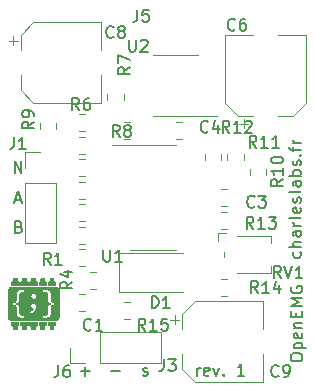
<source format=gbr>
G04 #@! TF.GenerationSoftware,KiCad,Pcbnew,5.1.2-f72e74a~84~ubuntu18.04.1*
G04 #@! TF.CreationDate,2019-05-28T19:28:17+02:00*
G04 #@! TF.ProjectId,OpenEMG2,4f70656e-454d-4473-922e-6b696361645f,rev?*
G04 #@! TF.SameCoordinates,Original*
G04 #@! TF.FileFunction,Legend,Top*
G04 #@! TF.FilePolarity,Positive*
%FSLAX46Y46*%
G04 Gerber Fmt 4.6, Leading zero omitted, Abs format (unit mm)*
G04 Created by KiCad (PCBNEW 5.1.2-f72e74a~84~ubuntu18.04.1) date 2019-05-28 19:28:17*
%MOMM*%
%LPD*%
G04 APERTURE LIST*
%ADD10C,0.150000*%
%ADD11C,0.010000*%
%ADD12C,0.120000*%
G04 APERTURE END LIST*
D10*
X40568809Y-70937380D02*
X40568809Y-70270714D01*
X40568809Y-70461190D02*
X40616428Y-70365952D01*
X40664047Y-70318333D01*
X40759285Y-70270714D01*
X40854523Y-70270714D01*
X41568809Y-70889761D02*
X41473571Y-70937380D01*
X41283095Y-70937380D01*
X41187857Y-70889761D01*
X41140238Y-70794523D01*
X41140238Y-70413571D01*
X41187857Y-70318333D01*
X41283095Y-70270714D01*
X41473571Y-70270714D01*
X41568809Y-70318333D01*
X41616428Y-70413571D01*
X41616428Y-70508809D01*
X41140238Y-70604047D01*
X41949761Y-70270714D02*
X42187857Y-70937380D01*
X42425952Y-70270714D01*
X42806904Y-70842142D02*
X42854523Y-70889761D01*
X42806904Y-70937380D01*
X42759285Y-70889761D01*
X42806904Y-70842142D01*
X42806904Y-70937380D01*
X44568809Y-70937380D02*
X43997380Y-70937380D01*
X44283095Y-70937380D02*
X44283095Y-69937380D01*
X44187857Y-70080238D01*
X44092619Y-70175476D01*
X43997380Y-70223095D01*
X48474380Y-69500380D02*
X48474380Y-69309904D01*
X48522000Y-69214666D01*
X48617238Y-69119428D01*
X48807714Y-69071809D01*
X49141047Y-69071809D01*
X49331523Y-69119428D01*
X49426761Y-69214666D01*
X49474380Y-69309904D01*
X49474380Y-69500380D01*
X49426761Y-69595619D01*
X49331523Y-69690857D01*
X49141047Y-69738476D01*
X48807714Y-69738476D01*
X48617238Y-69690857D01*
X48522000Y-69595619D01*
X48474380Y-69500380D01*
X48807714Y-68643238D02*
X49807714Y-68643238D01*
X48855333Y-68643238D02*
X48807714Y-68548000D01*
X48807714Y-68357523D01*
X48855333Y-68262285D01*
X48902952Y-68214666D01*
X48998190Y-68167047D01*
X49283904Y-68167047D01*
X49379142Y-68214666D01*
X49426761Y-68262285D01*
X49474380Y-68357523D01*
X49474380Y-68548000D01*
X49426761Y-68643238D01*
X49426761Y-67357523D02*
X49474380Y-67452761D01*
X49474380Y-67643238D01*
X49426761Y-67738476D01*
X49331523Y-67786095D01*
X48950571Y-67786095D01*
X48855333Y-67738476D01*
X48807714Y-67643238D01*
X48807714Y-67452761D01*
X48855333Y-67357523D01*
X48950571Y-67309904D01*
X49045809Y-67309904D01*
X49141047Y-67786095D01*
X48807714Y-66881333D02*
X49474380Y-66881333D01*
X48902952Y-66881333D02*
X48855333Y-66833714D01*
X48807714Y-66738476D01*
X48807714Y-66595619D01*
X48855333Y-66500380D01*
X48950571Y-66452761D01*
X49474380Y-66452761D01*
X48950571Y-65976571D02*
X48950571Y-65643238D01*
X49474380Y-65500380D02*
X49474380Y-65976571D01*
X48474380Y-65976571D01*
X48474380Y-65500380D01*
X49474380Y-65071809D02*
X48474380Y-65071809D01*
X49188666Y-64738476D01*
X48474380Y-64405142D01*
X49474380Y-64405142D01*
X48522000Y-63405142D02*
X48474380Y-63500380D01*
X48474380Y-63643238D01*
X48522000Y-63786095D01*
X48617238Y-63881333D01*
X48712476Y-63928952D01*
X48902952Y-63976571D01*
X49045809Y-63976571D01*
X49236285Y-63928952D01*
X49331523Y-63881333D01*
X49426761Y-63786095D01*
X49474380Y-63643238D01*
X49474380Y-63548000D01*
X49426761Y-63405142D01*
X49379142Y-63357523D01*
X49045809Y-63357523D01*
X49045809Y-63548000D01*
X49299761Y-60483190D02*
X49347380Y-60578428D01*
X49347380Y-60768904D01*
X49299761Y-60864142D01*
X49252142Y-60911761D01*
X49156904Y-60959380D01*
X48871190Y-60959380D01*
X48775952Y-60911761D01*
X48728333Y-60864142D01*
X48680714Y-60768904D01*
X48680714Y-60578428D01*
X48728333Y-60483190D01*
X49347380Y-60054619D02*
X48347380Y-60054619D01*
X49347380Y-59626047D02*
X48823571Y-59626047D01*
X48728333Y-59673666D01*
X48680714Y-59768904D01*
X48680714Y-59911761D01*
X48728333Y-60007000D01*
X48775952Y-60054619D01*
X49347380Y-58721285D02*
X48823571Y-58721285D01*
X48728333Y-58768904D01*
X48680714Y-58864142D01*
X48680714Y-59054619D01*
X48728333Y-59149857D01*
X49299761Y-58721285D02*
X49347380Y-58816523D01*
X49347380Y-59054619D01*
X49299761Y-59149857D01*
X49204523Y-59197476D01*
X49109285Y-59197476D01*
X49014047Y-59149857D01*
X48966428Y-59054619D01*
X48966428Y-58816523D01*
X48918809Y-58721285D01*
X49347380Y-58245095D02*
X48680714Y-58245095D01*
X48871190Y-58245095D02*
X48775952Y-58197476D01*
X48728333Y-58149857D01*
X48680714Y-58054619D01*
X48680714Y-57959380D01*
X49347380Y-57483190D02*
X49299761Y-57578428D01*
X49204523Y-57626047D01*
X48347380Y-57626047D01*
X49299761Y-56721285D02*
X49347380Y-56816523D01*
X49347380Y-57007000D01*
X49299761Y-57102238D01*
X49204523Y-57149857D01*
X48823571Y-57149857D01*
X48728333Y-57102238D01*
X48680714Y-57007000D01*
X48680714Y-56816523D01*
X48728333Y-56721285D01*
X48823571Y-56673666D01*
X48918809Y-56673666D01*
X49014047Y-57149857D01*
X49299761Y-56292714D02*
X49347380Y-56197476D01*
X49347380Y-56007000D01*
X49299761Y-55911761D01*
X49204523Y-55864142D01*
X49156904Y-55864142D01*
X49061666Y-55911761D01*
X49014047Y-56007000D01*
X49014047Y-56149857D01*
X48966428Y-56245095D01*
X48871190Y-56292714D01*
X48823571Y-56292714D01*
X48728333Y-56245095D01*
X48680714Y-56149857D01*
X48680714Y-56007000D01*
X48728333Y-55911761D01*
X49347380Y-55292714D02*
X49299761Y-55387952D01*
X49204523Y-55435571D01*
X48347380Y-55435571D01*
X49347380Y-54483190D02*
X48823571Y-54483190D01*
X48728333Y-54530809D01*
X48680714Y-54626047D01*
X48680714Y-54816523D01*
X48728333Y-54911761D01*
X49299761Y-54483190D02*
X49347380Y-54578428D01*
X49347380Y-54816523D01*
X49299761Y-54911761D01*
X49204523Y-54959380D01*
X49109285Y-54959380D01*
X49014047Y-54911761D01*
X48966428Y-54816523D01*
X48966428Y-54578428D01*
X48918809Y-54483190D01*
X49347380Y-54007000D02*
X48347380Y-54007000D01*
X48728333Y-54007000D02*
X48680714Y-53911761D01*
X48680714Y-53721285D01*
X48728333Y-53626047D01*
X48775952Y-53578428D01*
X48871190Y-53530809D01*
X49156904Y-53530809D01*
X49252142Y-53578428D01*
X49299761Y-53626047D01*
X49347380Y-53721285D01*
X49347380Y-53911761D01*
X49299761Y-54007000D01*
X49299761Y-53149857D02*
X49347380Y-53054619D01*
X49347380Y-52864142D01*
X49299761Y-52768904D01*
X49204523Y-52721285D01*
X49156904Y-52721285D01*
X49061666Y-52768904D01*
X49014047Y-52864142D01*
X49014047Y-53007000D01*
X48966428Y-53102238D01*
X48871190Y-53149857D01*
X48823571Y-53149857D01*
X48728333Y-53102238D01*
X48680714Y-53007000D01*
X48680714Y-52864142D01*
X48728333Y-52768904D01*
X49252142Y-52292714D02*
X49299761Y-52245095D01*
X49347380Y-52292714D01*
X49299761Y-52340333D01*
X49252142Y-52292714D01*
X49347380Y-52292714D01*
X48680714Y-51959380D02*
X48680714Y-51578428D01*
X49347380Y-51816523D02*
X48490238Y-51816523D01*
X48395000Y-51768904D01*
X48347380Y-51673666D01*
X48347380Y-51578428D01*
X49347380Y-51245095D02*
X48680714Y-51245095D01*
X48871190Y-51245095D02*
X48775952Y-51197476D01*
X48728333Y-51149857D01*
X48680714Y-51054619D01*
X48680714Y-50959380D01*
X25471428Y-58348571D02*
X25614285Y-58396190D01*
X25661904Y-58443809D01*
X25709523Y-58539047D01*
X25709523Y-58681904D01*
X25661904Y-58777142D01*
X25614285Y-58824761D01*
X25519047Y-58872380D01*
X25138095Y-58872380D01*
X25138095Y-57872380D01*
X25471428Y-57872380D01*
X25566666Y-57920000D01*
X25614285Y-57967619D01*
X25661904Y-58062857D01*
X25661904Y-58158095D01*
X25614285Y-58253333D01*
X25566666Y-58300952D01*
X25471428Y-58348571D01*
X25138095Y-58348571D01*
X25161904Y-56046666D02*
X25638095Y-56046666D01*
X25066666Y-56332380D02*
X25400000Y-55332380D01*
X25733333Y-56332380D01*
X25114285Y-53792380D02*
X25114285Y-52792380D01*
X25685714Y-53792380D01*
X25685714Y-52792380D01*
X35980714Y-70889761D02*
X36075952Y-70937380D01*
X36266428Y-70937380D01*
X36361666Y-70889761D01*
X36409285Y-70794523D01*
X36409285Y-70746904D01*
X36361666Y-70651666D01*
X36266428Y-70604047D01*
X36123571Y-70604047D01*
X36028333Y-70556428D01*
X35980714Y-70461190D01*
X35980714Y-70413571D01*
X36028333Y-70318333D01*
X36123571Y-70270714D01*
X36266428Y-70270714D01*
X36361666Y-70318333D01*
X33274047Y-70556428D02*
X34035952Y-70556428D01*
X30734047Y-70556428D02*
X31495952Y-70556428D01*
X31115000Y-70937380D02*
X31115000Y-70175476D01*
D11*
G36*
X28295198Y-62666061D02*
G01*
X28334637Y-62667531D01*
X28361754Y-62672524D01*
X28378850Y-62683120D01*
X28388224Y-62701399D01*
X28392178Y-62729442D01*
X28393010Y-62769329D01*
X28392967Y-62803359D01*
X28392967Y-62909718D01*
X28553833Y-63039106D01*
X28553833Y-63292567D01*
X27927300Y-63292567D01*
X27927300Y-63033233D01*
X28003500Y-62972219D01*
X28079700Y-62911206D01*
X28079700Y-62801800D01*
X28079745Y-62754722D01*
X28081367Y-62720000D01*
X28086798Y-62695756D01*
X28098271Y-62680115D01*
X28118017Y-62671199D01*
X28148268Y-62667130D01*
X28191257Y-62666034D01*
X28241138Y-62666034D01*
X28295198Y-62666061D01*
X28295198Y-62666061D01*
G37*
X28295198Y-62666061D02*
X28334637Y-62667531D01*
X28361754Y-62672524D01*
X28378850Y-62683120D01*
X28388224Y-62701399D01*
X28392178Y-62729442D01*
X28393010Y-62769329D01*
X28392967Y-62803359D01*
X28392967Y-62909718D01*
X28553833Y-63039106D01*
X28553833Y-63292567D01*
X27927300Y-63292567D01*
X27927300Y-63033233D01*
X28003500Y-62972219D01*
X28079700Y-62911206D01*
X28079700Y-62801800D01*
X28079745Y-62754722D01*
X28081367Y-62720000D01*
X28086798Y-62695756D01*
X28098271Y-62680115D01*
X28118017Y-62671199D01*
X28148268Y-62667130D01*
X28191257Y-62666034D01*
X28241138Y-62666034D01*
X28295198Y-62666061D01*
G36*
X27519163Y-62666191D02*
G01*
X27559908Y-62667748D01*
X27588247Y-62672847D01*
X27606438Y-62683500D01*
X27616741Y-62701719D01*
X27621416Y-62729516D01*
X27622722Y-62768904D01*
X27622852Y-62807850D01*
X27623204Y-62915800D01*
X27774862Y-63034334D01*
X27774881Y-63163450D01*
X27774900Y-63292567D01*
X27148367Y-63292567D01*
X27148719Y-63163450D01*
X27149071Y-63034334D01*
X27300729Y-62915800D01*
X27300748Y-62815760D01*
X27301720Y-62763156D01*
X27304956Y-62724846D01*
X27310968Y-62698285D01*
X27320268Y-62680924D01*
X27329551Y-62672513D01*
X27340949Y-62670306D01*
X27366027Y-62668425D01*
X27401534Y-62667025D01*
X27444218Y-62666259D01*
X27463750Y-62666163D01*
X27519163Y-62666191D01*
X27519163Y-62666191D01*
G37*
X27519163Y-62666191D02*
X27559908Y-62667748D01*
X27588247Y-62672847D01*
X27606438Y-62683500D01*
X27616741Y-62701719D01*
X27621416Y-62729516D01*
X27622722Y-62768904D01*
X27622852Y-62807850D01*
X27623204Y-62915800D01*
X27774862Y-63034334D01*
X27774881Y-63163450D01*
X27774900Y-63292567D01*
X27148367Y-63292567D01*
X27148719Y-63163450D01*
X27149071Y-63034334D01*
X27300729Y-62915800D01*
X27300748Y-62815760D01*
X27301720Y-62763156D01*
X27304956Y-62724846D01*
X27310968Y-62698285D01*
X27320268Y-62680924D01*
X27329551Y-62672513D01*
X27340949Y-62670306D01*
X27366027Y-62668425D01*
X27401534Y-62667025D01*
X27444218Y-62666259D01*
X27463750Y-62666163D01*
X27519163Y-62666191D01*
G36*
X26683600Y-62666034D02*
G01*
X26739287Y-62666079D01*
X26780292Y-62667485D01*
X26808857Y-62672151D01*
X26827226Y-62681981D01*
X26837639Y-62698877D01*
X26842341Y-62724740D01*
X26843573Y-62761473D01*
X26843567Y-62801711D01*
X26843567Y-62911028D01*
X26924220Y-62975899D01*
X27004874Y-63040769D01*
X27002537Y-63164551D01*
X27000200Y-63288334D01*
X26690564Y-63290553D01*
X26619757Y-63290907D01*
X26554333Y-63290941D01*
X26496214Y-63290674D01*
X26447320Y-63290130D01*
X26409572Y-63289328D01*
X26384891Y-63288292D01*
X26375198Y-63287042D01*
X26375181Y-63287025D01*
X26373125Y-63276921D01*
X26371395Y-63253074D01*
X26370135Y-63218674D01*
X26369488Y-63176911D01*
X26369433Y-63160192D01*
X26369433Y-63039106D01*
X26449867Y-62974412D01*
X26530300Y-62909718D01*
X26530300Y-62801888D01*
X26530332Y-62753716D01*
X26531952Y-62718511D01*
X26537450Y-62694245D01*
X26549116Y-62678889D01*
X26569238Y-62670415D01*
X26600106Y-62666794D01*
X26644008Y-62665998D01*
X26683600Y-62666034D01*
X26683600Y-62666034D01*
G37*
X26683600Y-62666034D02*
X26739287Y-62666079D01*
X26780292Y-62667485D01*
X26808857Y-62672151D01*
X26827226Y-62681981D01*
X26837639Y-62698877D01*
X26842341Y-62724740D01*
X26843573Y-62761473D01*
X26843567Y-62801711D01*
X26843567Y-62911028D01*
X26924220Y-62975899D01*
X27004874Y-63040769D01*
X27002537Y-63164551D01*
X27000200Y-63288334D01*
X26690564Y-63290553D01*
X26619757Y-63290907D01*
X26554333Y-63290941D01*
X26496214Y-63290674D01*
X26447320Y-63290130D01*
X26409572Y-63289328D01*
X26384891Y-63288292D01*
X26375198Y-63287042D01*
X26375181Y-63287025D01*
X26373125Y-63276921D01*
X26371395Y-63253074D01*
X26370135Y-63218674D01*
X26369488Y-63176911D01*
X26369433Y-63160192D01*
X26369433Y-63039106D01*
X26449867Y-62974412D01*
X26530300Y-62909718D01*
X26530300Y-62801888D01*
X26530332Y-62753716D01*
X26531952Y-62718511D01*
X26537450Y-62694245D01*
X26549116Y-62678889D01*
X26569238Y-62670415D01*
X26600106Y-62666794D01*
X26644008Y-62665998D01*
X26683600Y-62666034D01*
G36*
X26055552Y-62688342D02*
G01*
X26063086Y-62699679D01*
X26068118Y-62713261D01*
X26071139Y-62732572D01*
X26072638Y-62761094D01*
X26073106Y-62802308D01*
X26073119Y-62813225D01*
X26073138Y-62915800D01*
X26224796Y-63034334D01*
X26225148Y-63163450D01*
X26225500Y-63292567D01*
X25598967Y-63292567D01*
X25598986Y-63163450D01*
X25599005Y-63034334D01*
X25750663Y-62915800D01*
X25751015Y-62807850D01*
X25751261Y-62758514D01*
X25753132Y-62722179D01*
X25758875Y-62696861D01*
X25770738Y-62680574D01*
X25790971Y-62671332D01*
X25821822Y-62667149D01*
X25865540Y-62666041D01*
X25911619Y-62666034D01*
X26038004Y-62666034D01*
X26055552Y-62688342D01*
X26055552Y-62688342D01*
G37*
X26055552Y-62688342D02*
X26063086Y-62699679D01*
X26068118Y-62713261D01*
X26071139Y-62732572D01*
X26072638Y-62761094D01*
X26073106Y-62802308D01*
X26073119Y-62813225D01*
X26073138Y-62915800D01*
X26224796Y-63034334D01*
X26225148Y-63163450D01*
X26225500Y-63292567D01*
X25598967Y-63292567D01*
X25598986Y-63163450D01*
X25599005Y-63034334D01*
X25750663Y-62915800D01*
X25751015Y-62807850D01*
X25751261Y-62758514D01*
X25753132Y-62722179D01*
X25758875Y-62696861D01*
X25770738Y-62680574D01*
X25790971Y-62671332D01*
X25821822Y-62667149D01*
X25865540Y-62666041D01*
X25911619Y-62666034D01*
X26038004Y-62666034D01*
X26055552Y-62688342D01*
G36*
X25136084Y-62666034D02*
G01*
X25191383Y-62666135D01*
X25232014Y-62667767D01*
X25260234Y-62672924D01*
X25278300Y-62683597D01*
X25288471Y-62701780D01*
X25293005Y-62729466D01*
X25294160Y-62768647D01*
X25294167Y-62805553D01*
X25294167Y-62911206D01*
X25370367Y-62972219D01*
X25446567Y-63033233D01*
X25446567Y-63292567D01*
X24820034Y-63292567D01*
X24820034Y-63039106D01*
X24980900Y-62909718D01*
X24980900Y-62801888D01*
X24980920Y-62753965D01*
X24982497Y-62718865D01*
X24987906Y-62694596D01*
X24999421Y-62679166D01*
X25019318Y-62670584D01*
X25049870Y-62666858D01*
X25093355Y-62665998D01*
X25136084Y-62666034D01*
X25136084Y-62666034D01*
G37*
X25136084Y-62666034D02*
X25191383Y-62666135D01*
X25232014Y-62667767D01*
X25260234Y-62672924D01*
X25278300Y-62683597D01*
X25288471Y-62701780D01*
X25293005Y-62729466D01*
X25294160Y-62768647D01*
X25294167Y-62805553D01*
X25294167Y-62911206D01*
X25370367Y-62972219D01*
X25446567Y-63033233D01*
X25446567Y-63292567D01*
X24820034Y-63292567D01*
X24820034Y-63039106D01*
X24980900Y-62909718D01*
X24980900Y-62801888D01*
X24980920Y-62753965D01*
X24982497Y-62718865D01*
X24987906Y-62694596D01*
X24999421Y-62679166D01*
X25019318Y-62670584D01*
X25049870Y-62666858D01*
X25093355Y-62665998D01*
X25136084Y-62666034D01*
G36*
X26230052Y-63427988D02*
G01*
X26424680Y-63428015D01*
X26635435Y-63428033D01*
X26682700Y-63428033D01*
X26896993Y-63428020D01*
X27095017Y-63427994D01*
X27277438Y-63427972D01*
X27444921Y-63427974D01*
X27598131Y-63428019D01*
X27737733Y-63428125D01*
X27864392Y-63428311D01*
X27978774Y-63428596D01*
X28081543Y-63428999D01*
X28173365Y-63429539D01*
X28254904Y-63430234D01*
X28326826Y-63431103D01*
X28389795Y-63432164D01*
X28444478Y-63433438D01*
X28491538Y-63434941D01*
X28531642Y-63436694D01*
X28565453Y-63438715D01*
X28593638Y-63441023D01*
X28616861Y-63443636D01*
X28635787Y-63446573D01*
X28651082Y-63449854D01*
X28663410Y-63453496D01*
X28673437Y-63457519D01*
X28681828Y-63461941D01*
X28689247Y-63466782D01*
X28696361Y-63472059D01*
X28703833Y-63477792D01*
X28712330Y-63484000D01*
X28714345Y-63485392D01*
X28769579Y-63532482D01*
X28811135Y-63589353D01*
X28832611Y-63635748D01*
X28835106Y-63642560D01*
X28837354Y-63649559D01*
X28839365Y-63657613D01*
X28841151Y-63667591D01*
X28842723Y-63680362D01*
X28844093Y-63696794D01*
X28845271Y-63717757D01*
X28846268Y-63744119D01*
X28847097Y-63776748D01*
X28847767Y-63816514D01*
X28848290Y-63864285D01*
X28848678Y-63920929D01*
X28848940Y-63987316D01*
X28849090Y-64064314D01*
X28849137Y-64152792D01*
X28849093Y-64253619D01*
X28848969Y-64367663D01*
X28848776Y-64495793D01*
X28848525Y-64638878D01*
X28848228Y-64797787D01*
X28848139Y-64844818D01*
X28845934Y-66006494D01*
X28818106Y-66063018D01*
X28779151Y-66123885D01*
X28728711Y-66172662D01*
X28668072Y-66208374D01*
X28598523Y-66230049D01*
X28596832Y-66230374D01*
X28583840Y-66231237D01*
X28554861Y-66232048D01*
X28510837Y-66232809D01*
X28452704Y-66233517D01*
X28381403Y-66234175D01*
X28297872Y-66234781D01*
X28203050Y-66235337D01*
X28097876Y-66235842D01*
X27983289Y-66236296D01*
X27860228Y-66236700D01*
X27729631Y-66237053D01*
X27592439Y-66237357D01*
X27449589Y-66237610D01*
X27302021Y-66237813D01*
X27150673Y-66237966D01*
X26996485Y-66238069D01*
X26840396Y-66238123D01*
X26683343Y-66238128D01*
X26526267Y-66238083D01*
X26370107Y-66237988D01*
X26215800Y-66237845D01*
X26064287Y-66237653D01*
X25916506Y-66237412D01*
X25773395Y-66237122D01*
X25635895Y-66236784D01*
X25504944Y-66236398D01*
X25381480Y-66235963D01*
X25266443Y-66235479D01*
X25160772Y-66234948D01*
X25065405Y-66234369D01*
X24981282Y-66233742D01*
X24909342Y-66233068D01*
X24850522Y-66232346D01*
X24805764Y-66231577D01*
X24776004Y-66230760D01*
X24762183Y-66229896D01*
X24761882Y-66229843D01*
X24696248Y-66208565D01*
X24637147Y-66172771D01*
X24587055Y-66124384D01*
X24548443Y-66065326D01*
X24547295Y-66063018D01*
X24519467Y-66006494D01*
X24517262Y-64844818D01*
X24517001Y-64706500D01*
X24887767Y-64706500D01*
X24887767Y-64968967D01*
X24981172Y-64968967D01*
X25040291Y-64970833D01*
X25085634Y-64977354D01*
X25120042Y-64989914D01*
X25146355Y-65009895D01*
X25167410Y-65038680D01*
X25181269Y-65066449D01*
X25185181Y-65076945D01*
X25188439Y-65090252D01*
X25191141Y-65108101D01*
X25193385Y-65132223D01*
X25195270Y-65164348D01*
X25196893Y-65206207D01*
X25198353Y-65259532D01*
X25199748Y-65326052D01*
X25201175Y-65407500D01*
X25201411Y-65421934D01*
X25202815Y-65505064D01*
X25204135Y-65573147D01*
X25205492Y-65628071D01*
X25207001Y-65671719D01*
X25208783Y-65705979D01*
X25210954Y-65732735D01*
X25213633Y-65753874D01*
X25216938Y-65771282D01*
X25220987Y-65786844D01*
X25225088Y-65799984D01*
X25253601Y-65866790D01*
X25291359Y-65923329D01*
X25334740Y-65965405D01*
X25366287Y-65985877D01*
X25403023Y-66002675D01*
X25446715Y-66016099D01*
X25499129Y-66026455D01*
X25562033Y-66034044D01*
X25637193Y-66039169D01*
X25726376Y-66042134D01*
X25787350Y-66043002D01*
X25929167Y-66044233D01*
X25929167Y-65781767D01*
X25795817Y-65781560D01*
X25728989Y-65780735D01*
X25676658Y-65778219D01*
X25636432Y-65773600D01*
X25605924Y-65766467D01*
X25582743Y-65756407D01*
X25564501Y-65743008D01*
X25562784Y-65741400D01*
X25549089Y-65726368D01*
X25538183Y-65708980D01*
X25529762Y-65687231D01*
X25523524Y-65659113D01*
X25519164Y-65622621D01*
X25516380Y-65575749D01*
X25514867Y-65516489D01*
X25514696Y-65493377D01*
X26331103Y-65493377D01*
X26334667Y-65522114D01*
X26342082Y-65564649D01*
X26344738Y-65578607D01*
X26364671Y-65682063D01*
X26410684Y-65676655D01*
X26442252Y-65671085D01*
X26481389Y-65661601D01*
X26519803Y-65650220D01*
X26521016Y-65649818D01*
X26615122Y-65610195D01*
X26698415Y-65558230D01*
X26770087Y-65495083D01*
X26829328Y-65421916D01*
X26875330Y-65339889D01*
X26907283Y-65250162D01*
X26924377Y-65153895D01*
X26926630Y-65068025D01*
X26921888Y-65008720D01*
X26912057Y-64961503D01*
X26895624Y-64921910D01*
X26871074Y-64885478D01*
X26860407Y-64872788D01*
X26828153Y-64841264D01*
X26794268Y-64820497D01*
X26754322Y-64808732D01*
X26703889Y-64804212D01*
X26686934Y-64804006D01*
X26647546Y-64804692D01*
X26619399Y-64807444D01*
X26596827Y-64813335D01*
X26574165Y-64823436D01*
X26568400Y-64826439D01*
X26539668Y-64843877D01*
X26513582Y-64863360D01*
X26503237Y-64872927D01*
X26469724Y-64919974D01*
X26449149Y-64974503D01*
X26441472Y-65033121D01*
X26446650Y-65092438D01*
X26464641Y-65149061D01*
X26495404Y-65199600D01*
X26507451Y-65213420D01*
X26532927Y-65235033D01*
X26565381Y-65255512D01*
X26599119Y-65271868D01*
X26628451Y-65281109D01*
X26638250Y-65282151D01*
X26652856Y-65285106D01*
X26656254Y-65295539D01*
X26648853Y-65316069D01*
X26644822Y-65324137D01*
X26615194Y-65363335D01*
X26570021Y-65396878D01*
X26509811Y-65424498D01*
X26435074Y-65445926D01*
X26401537Y-65452647D01*
X26371274Y-65458685D01*
X26347179Y-65464604D01*
X26334773Y-65468991D01*
X26331201Y-65476362D01*
X26331103Y-65493377D01*
X25514696Y-65493377D01*
X25514321Y-65442835D01*
X25514300Y-65421009D01*
X25513666Y-65325519D01*
X25511524Y-65245043D01*
X25507520Y-65177703D01*
X25501297Y-65121619D01*
X25492498Y-65074912D01*
X25480767Y-65035703D01*
X25465748Y-65002112D01*
X25447085Y-64972260D01*
X25424421Y-64944268D01*
X25423781Y-64943555D01*
X25384332Y-64905765D01*
X25342034Y-64879194D01*
X25290205Y-64859719D01*
X25285700Y-64858416D01*
X25256419Y-64849160D01*
X25243170Y-64841867D01*
X25245367Y-64835258D01*
X25262423Y-64828050D01*
X25270612Y-64825502D01*
X25339424Y-64797740D01*
X25396556Y-64758708D01*
X25423739Y-64731959D01*
X25446520Y-64703982D01*
X25465290Y-64674202D01*
X25480404Y-64640736D01*
X25492220Y-64601707D01*
X25501094Y-64555235D01*
X25507382Y-64499438D01*
X25511442Y-64432439D01*
X25513629Y-64352357D01*
X25514300Y-64257312D01*
X25514300Y-64254458D01*
X25514575Y-64190920D01*
X26446868Y-64190920D01*
X26447211Y-64233194D01*
X26451378Y-64268682D01*
X26454297Y-64279991D01*
X26479793Y-64332573D01*
X26517577Y-64376170D01*
X26564939Y-64409655D01*
X26619166Y-64431903D01*
X26677548Y-64441788D01*
X26737375Y-64438183D01*
X26793715Y-64420959D01*
X26847915Y-64389364D01*
X26888373Y-64348349D01*
X26915411Y-64297382D01*
X26929354Y-64235929D01*
X26931569Y-64193963D01*
X26925204Y-64128716D01*
X26905816Y-64074000D01*
X26872752Y-64028780D01*
X26825357Y-63992023D01*
X26793197Y-63975155D01*
X26747959Y-63961440D01*
X26695052Y-63956248D01*
X26641147Y-63959507D01*
X26592912Y-63971146D01*
X26578067Y-63977449D01*
X26531327Y-64007033D01*
X26491381Y-64044874D01*
X26465459Y-64082218D01*
X26456324Y-64109548D01*
X26450016Y-64147743D01*
X26446868Y-64190920D01*
X25514575Y-64190920D01*
X25514636Y-64176853D01*
X25515853Y-64114151D01*
X25518263Y-64064329D01*
X25522178Y-64025368D01*
X25527910Y-63995245D01*
X25535771Y-63971939D01*
X25546073Y-63953428D01*
X25559129Y-63937692D01*
X25563956Y-63932896D01*
X25579962Y-63919797D01*
X25598648Y-63909933D01*
X25622553Y-63902869D01*
X25654214Y-63898170D01*
X25696171Y-63895402D01*
X25750962Y-63894129D01*
X25791584Y-63893902D01*
X25929167Y-63893700D01*
X25929167Y-63892355D01*
X27444700Y-63892355D01*
X27599217Y-63895144D01*
X27662766Y-63896714D01*
X27711833Y-63899389D01*
X27748868Y-63903994D01*
X27776320Y-63911355D01*
X27796639Y-63922296D01*
X27812274Y-63937643D01*
X27825674Y-63958221D01*
X27834088Y-63974276D01*
X27839882Y-63986256D01*
X27844542Y-63997853D01*
X27848233Y-64011050D01*
X27851118Y-64027831D01*
X27853361Y-64050179D01*
X27855123Y-64080076D01*
X27856570Y-64119506D01*
X27857864Y-64170453D01*
X27859168Y-64234899D01*
X27860221Y-64291634D01*
X27861728Y-64368937D01*
X27863210Y-64431369D01*
X27864806Y-64480991D01*
X27866656Y-64519866D01*
X27868898Y-64550055D01*
X27871673Y-64573619D01*
X27875118Y-64592620D01*
X27879375Y-64609120D01*
X27882297Y-64618440D01*
X27911999Y-64685464D01*
X27952767Y-64739705D01*
X28004812Y-64781376D01*
X28068344Y-64810689D01*
X28074201Y-64812593D01*
X28101187Y-64821124D01*
X28122671Y-64827948D01*
X28130272Y-64830383D01*
X28129276Y-64834805D01*
X28115108Y-64842739D01*
X28090735Y-64852572D01*
X28087036Y-64853883D01*
X28018417Y-64884371D01*
X27963677Y-64923594D01*
X27921470Y-64972871D01*
X27890453Y-65033519D01*
X27883303Y-65053595D01*
X27878267Y-65070224D01*
X27874181Y-65087468D01*
X27870900Y-65107420D01*
X27868277Y-65132172D01*
X27866166Y-65163814D01*
X27864422Y-65204438D01*
X27862898Y-65256137D01*
X27861449Y-65321002D01*
X27860243Y-65383834D01*
X27858822Y-65459392D01*
X27857532Y-65520002D01*
X27856209Y-65567648D01*
X27854690Y-65604313D01*
X27852811Y-65631980D01*
X27850410Y-65652632D01*
X27847322Y-65668253D01*
X27843384Y-65680825D01*
X27838433Y-65692332D01*
X27834088Y-65701191D01*
X27820842Y-65725485D01*
X27806903Y-65744033D01*
X27789821Y-65757662D01*
X27767147Y-65767198D01*
X27736434Y-65773468D01*
X27695231Y-65777299D01*
X27641089Y-65779516D01*
X27599217Y-65780458D01*
X27444700Y-65783382D01*
X27444700Y-66046920D01*
X27641550Y-66041643D01*
X27710991Y-66039508D01*
X27766305Y-66037096D01*
X27810298Y-66034167D01*
X27845776Y-66030482D01*
X27875546Y-66025801D01*
X27902413Y-66019885D01*
X27905404Y-66019124D01*
X27965091Y-66000416D01*
X28012970Y-65977026D01*
X28054063Y-65946130D01*
X28078481Y-65921808D01*
X28098329Y-65899093D01*
X28114975Y-65876564D01*
X28128729Y-65852497D01*
X28139903Y-65825169D01*
X28148811Y-65792856D01*
X28155762Y-65753834D01*
X28161070Y-65706381D01*
X28165046Y-65648771D01*
X28168001Y-65579282D01*
X28170249Y-65496189D01*
X28171980Y-65405000D01*
X28173389Y-65323423D01*
X28174697Y-65256961D01*
X28176024Y-65203795D01*
X28177488Y-65162109D01*
X28179209Y-65130085D01*
X28181306Y-65105905D01*
X28183900Y-65087753D01*
X28187109Y-65073811D01*
X28191053Y-65062260D01*
X28195124Y-65052853D01*
X28211993Y-65024916D01*
X28233329Y-65000449D01*
X28241616Y-64993587D01*
X28255027Y-64985018D01*
X28269335Y-64979090D01*
X28288101Y-64975199D01*
X28314883Y-64972741D01*
X28353241Y-64971111D01*
X28378150Y-64970411D01*
X28486100Y-64967621D01*
X28486100Y-64708201D01*
X28378150Y-64705234D01*
X28332565Y-64703714D01*
X28300353Y-64701688D01*
X28277953Y-64698546D01*
X28261807Y-64693679D01*
X28248353Y-64686480D01*
X28241616Y-64681880D01*
X28220471Y-64661353D01*
X28200963Y-64633736D01*
X28195148Y-64622614D01*
X28190509Y-64611719D01*
X28186693Y-64599960D01*
X28183580Y-64585536D01*
X28181051Y-64566644D01*
X28178988Y-64541481D01*
X28177272Y-64508246D01*
X28175783Y-64465137D01*
X28174403Y-64410350D01*
X28173013Y-64342084D01*
X28171630Y-64266234D01*
X28169820Y-64173760D01*
X28167820Y-64096429D01*
X28165424Y-64032449D01*
X28162424Y-63980029D01*
X28158610Y-63937378D01*
X28153777Y-63902704D01*
X28147715Y-63874216D01*
X28140217Y-63850124D01*
X28131074Y-63828636D01*
X28120080Y-63807960D01*
X28118030Y-63804428D01*
X28090989Y-63767643D01*
X28054899Y-63731084D01*
X28015508Y-63699992D01*
X27983291Y-63681585D01*
X27952016Y-63668718D01*
X27921229Y-63658544D01*
X27888218Y-63650680D01*
X27850271Y-63644739D01*
X27804678Y-63640338D01*
X27748727Y-63637093D01*
X27679707Y-63634617D01*
X27645784Y-63633705D01*
X27444700Y-63628666D01*
X27444700Y-63892355D01*
X25929167Y-63892355D01*
X25929167Y-63628835D01*
X25732317Y-63633592D01*
X25653672Y-63635898D01*
X25589492Y-63638837D01*
X25537312Y-63642725D01*
X25494665Y-63647878D01*
X25459088Y-63654612D01*
X25428113Y-63663244D01*
X25399276Y-63674091D01*
X25391944Y-63677260D01*
X25336638Y-63708747D01*
X25291624Y-63750518D01*
X25255363Y-63804425D01*
X25226316Y-63872317D01*
X25224000Y-63879187D01*
X25219480Y-63893960D01*
X25215753Y-63909569D01*
X25212708Y-63927880D01*
X25210233Y-63950756D01*
X25208218Y-63980061D01*
X25206551Y-64017661D01*
X25205121Y-64065420D01*
X25203817Y-64125202D01*
X25202527Y-64198872D01*
X25201667Y-64253534D01*
X25196738Y-64575267D01*
X25174532Y-64622689D01*
X25157002Y-64654029D01*
X25136284Y-64676752D01*
X25109520Y-64692104D01*
X25073854Y-64701334D01*
X25026429Y-64705686D01*
X24982460Y-64706500D01*
X24887767Y-64706500D01*
X24517001Y-64706500D01*
X24516953Y-64681364D01*
X24516689Y-64533974D01*
X24516479Y-64401780D01*
X24516334Y-64283913D01*
X24516267Y-64179504D01*
X24516288Y-64087686D01*
X24516407Y-64007588D01*
X24516638Y-63938343D01*
X24516990Y-63879081D01*
X24517474Y-63828934D01*
X24518102Y-63787033D01*
X24518886Y-63752510D01*
X24519835Y-63724496D01*
X24520962Y-63702122D01*
X24522277Y-63684519D01*
X24523792Y-63670819D01*
X24525518Y-63660152D01*
X24527465Y-63651651D01*
X24529646Y-63644447D01*
X24532071Y-63637670D01*
X24532789Y-63635748D01*
X24565243Y-63571358D01*
X24610777Y-63517508D01*
X24651055Y-63485392D01*
X24659857Y-63479081D01*
X24667493Y-63473247D01*
X24674627Y-63467874D01*
X24681925Y-63462942D01*
X24690052Y-63458431D01*
X24699673Y-63454325D01*
X24711453Y-63450602D01*
X24726057Y-63447246D01*
X24744150Y-63444237D01*
X24766398Y-63441556D01*
X24793464Y-63439184D01*
X24826016Y-63437104D01*
X24864717Y-63435295D01*
X24910232Y-63433740D01*
X24963227Y-63432418D01*
X25024367Y-63431313D01*
X25094317Y-63430404D01*
X25173742Y-63429674D01*
X25263307Y-63429103D01*
X25363677Y-63428672D01*
X25475518Y-63428363D01*
X25599493Y-63428157D01*
X25736270Y-63428036D01*
X25886511Y-63427979D01*
X26050884Y-63427970D01*
X26230052Y-63427988D01*
X26230052Y-63427988D01*
G37*
X26230052Y-63427988D02*
X26424680Y-63428015D01*
X26635435Y-63428033D01*
X26682700Y-63428033D01*
X26896993Y-63428020D01*
X27095017Y-63427994D01*
X27277438Y-63427972D01*
X27444921Y-63427974D01*
X27598131Y-63428019D01*
X27737733Y-63428125D01*
X27864392Y-63428311D01*
X27978774Y-63428596D01*
X28081543Y-63428999D01*
X28173365Y-63429539D01*
X28254904Y-63430234D01*
X28326826Y-63431103D01*
X28389795Y-63432164D01*
X28444478Y-63433438D01*
X28491538Y-63434941D01*
X28531642Y-63436694D01*
X28565453Y-63438715D01*
X28593638Y-63441023D01*
X28616861Y-63443636D01*
X28635787Y-63446573D01*
X28651082Y-63449854D01*
X28663410Y-63453496D01*
X28673437Y-63457519D01*
X28681828Y-63461941D01*
X28689247Y-63466782D01*
X28696361Y-63472059D01*
X28703833Y-63477792D01*
X28712330Y-63484000D01*
X28714345Y-63485392D01*
X28769579Y-63532482D01*
X28811135Y-63589353D01*
X28832611Y-63635748D01*
X28835106Y-63642560D01*
X28837354Y-63649559D01*
X28839365Y-63657613D01*
X28841151Y-63667591D01*
X28842723Y-63680362D01*
X28844093Y-63696794D01*
X28845271Y-63717757D01*
X28846268Y-63744119D01*
X28847097Y-63776748D01*
X28847767Y-63816514D01*
X28848290Y-63864285D01*
X28848678Y-63920929D01*
X28848940Y-63987316D01*
X28849090Y-64064314D01*
X28849137Y-64152792D01*
X28849093Y-64253619D01*
X28848969Y-64367663D01*
X28848776Y-64495793D01*
X28848525Y-64638878D01*
X28848228Y-64797787D01*
X28848139Y-64844818D01*
X28845934Y-66006494D01*
X28818106Y-66063018D01*
X28779151Y-66123885D01*
X28728711Y-66172662D01*
X28668072Y-66208374D01*
X28598523Y-66230049D01*
X28596832Y-66230374D01*
X28583840Y-66231237D01*
X28554861Y-66232048D01*
X28510837Y-66232809D01*
X28452704Y-66233517D01*
X28381403Y-66234175D01*
X28297872Y-66234781D01*
X28203050Y-66235337D01*
X28097876Y-66235842D01*
X27983289Y-66236296D01*
X27860228Y-66236700D01*
X27729631Y-66237053D01*
X27592439Y-66237357D01*
X27449589Y-66237610D01*
X27302021Y-66237813D01*
X27150673Y-66237966D01*
X26996485Y-66238069D01*
X26840396Y-66238123D01*
X26683343Y-66238128D01*
X26526267Y-66238083D01*
X26370107Y-66237988D01*
X26215800Y-66237845D01*
X26064287Y-66237653D01*
X25916506Y-66237412D01*
X25773395Y-66237122D01*
X25635895Y-66236784D01*
X25504944Y-66236398D01*
X25381480Y-66235963D01*
X25266443Y-66235479D01*
X25160772Y-66234948D01*
X25065405Y-66234369D01*
X24981282Y-66233742D01*
X24909342Y-66233068D01*
X24850522Y-66232346D01*
X24805764Y-66231577D01*
X24776004Y-66230760D01*
X24762183Y-66229896D01*
X24761882Y-66229843D01*
X24696248Y-66208565D01*
X24637147Y-66172771D01*
X24587055Y-66124384D01*
X24548443Y-66065326D01*
X24547295Y-66063018D01*
X24519467Y-66006494D01*
X24517262Y-64844818D01*
X24517001Y-64706500D01*
X24887767Y-64706500D01*
X24887767Y-64968967D01*
X24981172Y-64968967D01*
X25040291Y-64970833D01*
X25085634Y-64977354D01*
X25120042Y-64989914D01*
X25146355Y-65009895D01*
X25167410Y-65038680D01*
X25181269Y-65066449D01*
X25185181Y-65076945D01*
X25188439Y-65090252D01*
X25191141Y-65108101D01*
X25193385Y-65132223D01*
X25195270Y-65164348D01*
X25196893Y-65206207D01*
X25198353Y-65259532D01*
X25199748Y-65326052D01*
X25201175Y-65407500D01*
X25201411Y-65421934D01*
X25202815Y-65505064D01*
X25204135Y-65573147D01*
X25205492Y-65628071D01*
X25207001Y-65671719D01*
X25208783Y-65705979D01*
X25210954Y-65732735D01*
X25213633Y-65753874D01*
X25216938Y-65771282D01*
X25220987Y-65786844D01*
X25225088Y-65799984D01*
X25253601Y-65866790D01*
X25291359Y-65923329D01*
X25334740Y-65965405D01*
X25366287Y-65985877D01*
X25403023Y-66002675D01*
X25446715Y-66016099D01*
X25499129Y-66026455D01*
X25562033Y-66034044D01*
X25637193Y-66039169D01*
X25726376Y-66042134D01*
X25787350Y-66043002D01*
X25929167Y-66044233D01*
X25929167Y-65781767D01*
X25795817Y-65781560D01*
X25728989Y-65780735D01*
X25676658Y-65778219D01*
X25636432Y-65773600D01*
X25605924Y-65766467D01*
X25582743Y-65756407D01*
X25564501Y-65743008D01*
X25562784Y-65741400D01*
X25549089Y-65726368D01*
X25538183Y-65708980D01*
X25529762Y-65687231D01*
X25523524Y-65659113D01*
X25519164Y-65622621D01*
X25516380Y-65575749D01*
X25514867Y-65516489D01*
X25514696Y-65493377D01*
X26331103Y-65493377D01*
X26334667Y-65522114D01*
X26342082Y-65564649D01*
X26344738Y-65578607D01*
X26364671Y-65682063D01*
X26410684Y-65676655D01*
X26442252Y-65671085D01*
X26481389Y-65661601D01*
X26519803Y-65650220D01*
X26521016Y-65649818D01*
X26615122Y-65610195D01*
X26698415Y-65558230D01*
X26770087Y-65495083D01*
X26829328Y-65421916D01*
X26875330Y-65339889D01*
X26907283Y-65250162D01*
X26924377Y-65153895D01*
X26926630Y-65068025D01*
X26921888Y-65008720D01*
X26912057Y-64961503D01*
X26895624Y-64921910D01*
X26871074Y-64885478D01*
X26860407Y-64872788D01*
X26828153Y-64841264D01*
X26794268Y-64820497D01*
X26754322Y-64808732D01*
X26703889Y-64804212D01*
X26686934Y-64804006D01*
X26647546Y-64804692D01*
X26619399Y-64807444D01*
X26596827Y-64813335D01*
X26574165Y-64823436D01*
X26568400Y-64826439D01*
X26539668Y-64843877D01*
X26513582Y-64863360D01*
X26503237Y-64872927D01*
X26469724Y-64919974D01*
X26449149Y-64974503D01*
X26441472Y-65033121D01*
X26446650Y-65092438D01*
X26464641Y-65149061D01*
X26495404Y-65199600D01*
X26507451Y-65213420D01*
X26532927Y-65235033D01*
X26565381Y-65255512D01*
X26599119Y-65271868D01*
X26628451Y-65281109D01*
X26638250Y-65282151D01*
X26652856Y-65285106D01*
X26656254Y-65295539D01*
X26648853Y-65316069D01*
X26644822Y-65324137D01*
X26615194Y-65363335D01*
X26570021Y-65396878D01*
X26509811Y-65424498D01*
X26435074Y-65445926D01*
X26401537Y-65452647D01*
X26371274Y-65458685D01*
X26347179Y-65464604D01*
X26334773Y-65468991D01*
X26331201Y-65476362D01*
X26331103Y-65493377D01*
X25514696Y-65493377D01*
X25514321Y-65442835D01*
X25514300Y-65421009D01*
X25513666Y-65325519D01*
X25511524Y-65245043D01*
X25507520Y-65177703D01*
X25501297Y-65121619D01*
X25492498Y-65074912D01*
X25480767Y-65035703D01*
X25465748Y-65002112D01*
X25447085Y-64972260D01*
X25424421Y-64944268D01*
X25423781Y-64943555D01*
X25384332Y-64905765D01*
X25342034Y-64879194D01*
X25290205Y-64859719D01*
X25285700Y-64858416D01*
X25256419Y-64849160D01*
X25243170Y-64841867D01*
X25245367Y-64835258D01*
X25262423Y-64828050D01*
X25270612Y-64825502D01*
X25339424Y-64797740D01*
X25396556Y-64758708D01*
X25423739Y-64731959D01*
X25446520Y-64703982D01*
X25465290Y-64674202D01*
X25480404Y-64640736D01*
X25492220Y-64601707D01*
X25501094Y-64555235D01*
X25507382Y-64499438D01*
X25511442Y-64432439D01*
X25513629Y-64352357D01*
X25514300Y-64257312D01*
X25514300Y-64254458D01*
X25514575Y-64190920D01*
X26446868Y-64190920D01*
X26447211Y-64233194D01*
X26451378Y-64268682D01*
X26454297Y-64279991D01*
X26479793Y-64332573D01*
X26517577Y-64376170D01*
X26564939Y-64409655D01*
X26619166Y-64431903D01*
X26677548Y-64441788D01*
X26737375Y-64438183D01*
X26793715Y-64420959D01*
X26847915Y-64389364D01*
X26888373Y-64348349D01*
X26915411Y-64297382D01*
X26929354Y-64235929D01*
X26931569Y-64193963D01*
X26925204Y-64128716D01*
X26905816Y-64074000D01*
X26872752Y-64028780D01*
X26825357Y-63992023D01*
X26793197Y-63975155D01*
X26747959Y-63961440D01*
X26695052Y-63956248D01*
X26641147Y-63959507D01*
X26592912Y-63971146D01*
X26578067Y-63977449D01*
X26531327Y-64007033D01*
X26491381Y-64044874D01*
X26465459Y-64082218D01*
X26456324Y-64109548D01*
X26450016Y-64147743D01*
X26446868Y-64190920D01*
X25514575Y-64190920D01*
X25514636Y-64176853D01*
X25515853Y-64114151D01*
X25518263Y-64064329D01*
X25522178Y-64025368D01*
X25527910Y-63995245D01*
X25535771Y-63971939D01*
X25546073Y-63953428D01*
X25559129Y-63937692D01*
X25563956Y-63932896D01*
X25579962Y-63919797D01*
X25598648Y-63909933D01*
X25622553Y-63902869D01*
X25654214Y-63898170D01*
X25696171Y-63895402D01*
X25750962Y-63894129D01*
X25791584Y-63893902D01*
X25929167Y-63893700D01*
X25929167Y-63892355D01*
X27444700Y-63892355D01*
X27599217Y-63895144D01*
X27662766Y-63896714D01*
X27711833Y-63899389D01*
X27748868Y-63903994D01*
X27776320Y-63911355D01*
X27796639Y-63922296D01*
X27812274Y-63937643D01*
X27825674Y-63958221D01*
X27834088Y-63974276D01*
X27839882Y-63986256D01*
X27844542Y-63997853D01*
X27848233Y-64011050D01*
X27851118Y-64027831D01*
X27853361Y-64050179D01*
X27855123Y-64080076D01*
X27856570Y-64119506D01*
X27857864Y-64170453D01*
X27859168Y-64234899D01*
X27860221Y-64291634D01*
X27861728Y-64368937D01*
X27863210Y-64431369D01*
X27864806Y-64480991D01*
X27866656Y-64519866D01*
X27868898Y-64550055D01*
X27871673Y-64573619D01*
X27875118Y-64592620D01*
X27879375Y-64609120D01*
X27882297Y-64618440D01*
X27911999Y-64685464D01*
X27952767Y-64739705D01*
X28004812Y-64781376D01*
X28068344Y-64810689D01*
X28074201Y-64812593D01*
X28101187Y-64821124D01*
X28122671Y-64827948D01*
X28130272Y-64830383D01*
X28129276Y-64834805D01*
X28115108Y-64842739D01*
X28090735Y-64852572D01*
X28087036Y-64853883D01*
X28018417Y-64884371D01*
X27963677Y-64923594D01*
X27921470Y-64972871D01*
X27890453Y-65033519D01*
X27883303Y-65053595D01*
X27878267Y-65070224D01*
X27874181Y-65087468D01*
X27870900Y-65107420D01*
X27868277Y-65132172D01*
X27866166Y-65163814D01*
X27864422Y-65204438D01*
X27862898Y-65256137D01*
X27861449Y-65321002D01*
X27860243Y-65383834D01*
X27858822Y-65459392D01*
X27857532Y-65520002D01*
X27856209Y-65567648D01*
X27854690Y-65604313D01*
X27852811Y-65631980D01*
X27850410Y-65652632D01*
X27847322Y-65668253D01*
X27843384Y-65680825D01*
X27838433Y-65692332D01*
X27834088Y-65701191D01*
X27820842Y-65725485D01*
X27806903Y-65744033D01*
X27789821Y-65757662D01*
X27767147Y-65767198D01*
X27736434Y-65773468D01*
X27695231Y-65777299D01*
X27641089Y-65779516D01*
X27599217Y-65780458D01*
X27444700Y-65783382D01*
X27444700Y-66046920D01*
X27641550Y-66041643D01*
X27710991Y-66039508D01*
X27766305Y-66037096D01*
X27810298Y-66034167D01*
X27845776Y-66030482D01*
X27875546Y-66025801D01*
X27902413Y-66019885D01*
X27905404Y-66019124D01*
X27965091Y-66000416D01*
X28012970Y-65977026D01*
X28054063Y-65946130D01*
X28078481Y-65921808D01*
X28098329Y-65899093D01*
X28114975Y-65876564D01*
X28128729Y-65852497D01*
X28139903Y-65825169D01*
X28148811Y-65792856D01*
X28155762Y-65753834D01*
X28161070Y-65706381D01*
X28165046Y-65648771D01*
X28168001Y-65579282D01*
X28170249Y-65496189D01*
X28171980Y-65405000D01*
X28173389Y-65323423D01*
X28174697Y-65256961D01*
X28176024Y-65203795D01*
X28177488Y-65162109D01*
X28179209Y-65130085D01*
X28181306Y-65105905D01*
X28183900Y-65087753D01*
X28187109Y-65073811D01*
X28191053Y-65062260D01*
X28195124Y-65052853D01*
X28211993Y-65024916D01*
X28233329Y-65000449D01*
X28241616Y-64993587D01*
X28255027Y-64985018D01*
X28269335Y-64979090D01*
X28288101Y-64975199D01*
X28314883Y-64972741D01*
X28353241Y-64971111D01*
X28378150Y-64970411D01*
X28486100Y-64967621D01*
X28486100Y-64708201D01*
X28378150Y-64705234D01*
X28332565Y-64703714D01*
X28300353Y-64701688D01*
X28277953Y-64698546D01*
X28261807Y-64693679D01*
X28248353Y-64686480D01*
X28241616Y-64681880D01*
X28220471Y-64661353D01*
X28200963Y-64633736D01*
X28195148Y-64622614D01*
X28190509Y-64611719D01*
X28186693Y-64599960D01*
X28183580Y-64585536D01*
X28181051Y-64566644D01*
X28178988Y-64541481D01*
X28177272Y-64508246D01*
X28175783Y-64465137D01*
X28174403Y-64410350D01*
X28173013Y-64342084D01*
X28171630Y-64266234D01*
X28169820Y-64173760D01*
X28167820Y-64096429D01*
X28165424Y-64032449D01*
X28162424Y-63980029D01*
X28158610Y-63937378D01*
X28153777Y-63902704D01*
X28147715Y-63874216D01*
X28140217Y-63850124D01*
X28131074Y-63828636D01*
X28120080Y-63807960D01*
X28118030Y-63804428D01*
X28090989Y-63767643D01*
X28054899Y-63731084D01*
X28015508Y-63699992D01*
X27983291Y-63681585D01*
X27952016Y-63668718D01*
X27921229Y-63658544D01*
X27888218Y-63650680D01*
X27850271Y-63644739D01*
X27804678Y-63640338D01*
X27748727Y-63637093D01*
X27679707Y-63634617D01*
X27645784Y-63633705D01*
X27444700Y-63628666D01*
X27444700Y-63892355D01*
X25929167Y-63892355D01*
X25929167Y-63628835D01*
X25732317Y-63633592D01*
X25653672Y-63635898D01*
X25589492Y-63638837D01*
X25537312Y-63642725D01*
X25494665Y-63647878D01*
X25459088Y-63654612D01*
X25428113Y-63663244D01*
X25399276Y-63674091D01*
X25391944Y-63677260D01*
X25336638Y-63708747D01*
X25291624Y-63750518D01*
X25255363Y-63804425D01*
X25226316Y-63872317D01*
X25224000Y-63879187D01*
X25219480Y-63893960D01*
X25215753Y-63909569D01*
X25212708Y-63927880D01*
X25210233Y-63950756D01*
X25208218Y-63980061D01*
X25206551Y-64017661D01*
X25205121Y-64065420D01*
X25203817Y-64125202D01*
X25202527Y-64198872D01*
X25201667Y-64253534D01*
X25196738Y-64575267D01*
X25174532Y-64622689D01*
X25157002Y-64654029D01*
X25136284Y-64676752D01*
X25109520Y-64692104D01*
X25073854Y-64701334D01*
X25026429Y-64705686D01*
X24982460Y-64706500D01*
X24887767Y-64706500D01*
X24517001Y-64706500D01*
X24516953Y-64681364D01*
X24516689Y-64533974D01*
X24516479Y-64401780D01*
X24516334Y-64283913D01*
X24516267Y-64179504D01*
X24516288Y-64087686D01*
X24516407Y-64007588D01*
X24516638Y-63938343D01*
X24516990Y-63879081D01*
X24517474Y-63828934D01*
X24518102Y-63787033D01*
X24518886Y-63752510D01*
X24519835Y-63724496D01*
X24520962Y-63702122D01*
X24522277Y-63684519D01*
X24523792Y-63670819D01*
X24525518Y-63660152D01*
X24527465Y-63651651D01*
X24529646Y-63644447D01*
X24532071Y-63637670D01*
X24532789Y-63635748D01*
X24565243Y-63571358D01*
X24610777Y-63517508D01*
X24651055Y-63485392D01*
X24659857Y-63479081D01*
X24667493Y-63473247D01*
X24674627Y-63467874D01*
X24681925Y-63462942D01*
X24690052Y-63458431D01*
X24699673Y-63454325D01*
X24711453Y-63450602D01*
X24726057Y-63447246D01*
X24744150Y-63444237D01*
X24766398Y-63441556D01*
X24793464Y-63439184D01*
X24826016Y-63437104D01*
X24864717Y-63435295D01*
X24910232Y-63433740D01*
X24963227Y-63432418D01*
X25024367Y-63431313D01*
X25094317Y-63430404D01*
X25173742Y-63429674D01*
X25263307Y-63429103D01*
X25363677Y-63428672D01*
X25475518Y-63428363D01*
X25599493Y-63428157D01*
X25736270Y-63428036D01*
X25886511Y-63427979D01*
X26050884Y-63427970D01*
X26230052Y-63427988D01*
G36*
X28545367Y-66627894D02*
G01*
X28464933Y-66692588D01*
X28384500Y-66757282D01*
X28384500Y-66865112D01*
X28384480Y-66913035D01*
X28382903Y-66948135D01*
X28377495Y-66972405D01*
X28365979Y-66987835D01*
X28346083Y-66996417D01*
X28315530Y-67000142D01*
X28272046Y-67001003D01*
X28229317Y-67000967D01*
X28180415Y-67000778D01*
X28145528Y-66999980D01*
X28121741Y-66998221D01*
X28106139Y-66995153D01*
X28095805Y-66990426D01*
X28088167Y-66984034D01*
X28081025Y-66975251D01*
X28076210Y-66963658D01*
X28073276Y-66946021D01*
X28071776Y-66919106D01*
X28071263Y-66879682D01*
X28071233Y-66861447D01*
X28071233Y-66755794D01*
X27995033Y-66694781D01*
X27918833Y-66633767D01*
X27918833Y-66374433D01*
X28545367Y-66374433D01*
X28545367Y-66627894D01*
X28545367Y-66627894D01*
G37*
X28545367Y-66627894D02*
X28464933Y-66692588D01*
X28384500Y-66757282D01*
X28384500Y-66865112D01*
X28384480Y-66913035D01*
X28382903Y-66948135D01*
X28377495Y-66972405D01*
X28365979Y-66987835D01*
X28346083Y-66996417D01*
X28315530Y-67000142D01*
X28272046Y-67001003D01*
X28229317Y-67000967D01*
X28180415Y-67000778D01*
X28145528Y-66999980D01*
X28121741Y-66998221D01*
X28106139Y-66995153D01*
X28095805Y-66990426D01*
X28088167Y-66984034D01*
X28081025Y-66975251D01*
X28076210Y-66963658D01*
X28073276Y-66946021D01*
X28071776Y-66919106D01*
X28071263Y-66879682D01*
X28071233Y-66861447D01*
X28071233Y-66755794D01*
X27995033Y-66694781D01*
X27918833Y-66633767D01*
X27918833Y-66374433D01*
X28545367Y-66374433D01*
X28545367Y-66627894D01*
G36*
X27766414Y-66503550D02*
G01*
X27766395Y-66632667D01*
X27690567Y-66691933D01*
X27614738Y-66751200D01*
X27614386Y-66859150D01*
X27614139Y-66908487D01*
X27612269Y-66944821D01*
X27606526Y-66970139D01*
X27594662Y-66986427D01*
X27574429Y-66995669D01*
X27543578Y-66999851D01*
X27499860Y-67000959D01*
X27453781Y-67000967D01*
X27327396Y-67000967D01*
X27309848Y-66978658D01*
X27302315Y-66967322D01*
X27297283Y-66953739D01*
X27294262Y-66934428D01*
X27292762Y-66905907D01*
X27292294Y-66864693D01*
X27292281Y-66853775D01*
X27292262Y-66751200D01*
X27216433Y-66691933D01*
X27140604Y-66632667D01*
X27139900Y-66374433D01*
X27766434Y-66374433D01*
X27766414Y-66503550D01*
X27766414Y-66503550D01*
G37*
X27766414Y-66503550D02*
X27766395Y-66632667D01*
X27690567Y-66691933D01*
X27614738Y-66751200D01*
X27614386Y-66859150D01*
X27614139Y-66908487D01*
X27612269Y-66944821D01*
X27606526Y-66970139D01*
X27594662Y-66986427D01*
X27574429Y-66995669D01*
X27543578Y-66999851D01*
X27499860Y-67000959D01*
X27453781Y-67000967D01*
X27327396Y-67000967D01*
X27309848Y-66978658D01*
X27302315Y-66967322D01*
X27297283Y-66953739D01*
X27294262Y-66934428D01*
X27292762Y-66905907D01*
X27292294Y-66864693D01*
X27292281Y-66853775D01*
X27292262Y-66751200D01*
X27216433Y-66691933D01*
X27140604Y-66632667D01*
X27139900Y-66374433D01*
X27766434Y-66374433D01*
X27766414Y-66503550D01*
G36*
X26994074Y-66503101D02*
G01*
X26996414Y-66627534D01*
X26835100Y-66757282D01*
X26835100Y-66865112D01*
X26835069Y-66913285D01*
X26833448Y-66948489D01*
X26827950Y-66972755D01*
X26816284Y-66988111D01*
X26796162Y-66996585D01*
X26765295Y-67000206D01*
X26721392Y-67001003D01*
X26681801Y-67000967D01*
X26630453Y-67000584D01*
X26593301Y-66999267D01*
X26567622Y-66996760D01*
X26550692Y-66992810D01*
X26540651Y-66987787D01*
X26532921Y-66981396D01*
X26527658Y-66972954D01*
X26524388Y-66959395D01*
X26522642Y-66937653D01*
X26521948Y-66904662D01*
X26521833Y-66865290D01*
X26521833Y-66755973D01*
X26360527Y-66626231D01*
X26362863Y-66502449D01*
X26365200Y-66378667D01*
X26991734Y-66378667D01*
X26994074Y-66503101D01*
X26994074Y-66503101D01*
G37*
X26994074Y-66503101D02*
X26996414Y-66627534D01*
X26835100Y-66757282D01*
X26835100Y-66865112D01*
X26835069Y-66913285D01*
X26833448Y-66948489D01*
X26827950Y-66972755D01*
X26816284Y-66988111D01*
X26796162Y-66996585D01*
X26765295Y-67000206D01*
X26721392Y-67001003D01*
X26681801Y-67000967D01*
X26630453Y-67000584D01*
X26593301Y-66999267D01*
X26567622Y-66996760D01*
X26550692Y-66992810D01*
X26540651Y-66987787D01*
X26532921Y-66981396D01*
X26527658Y-66972954D01*
X26524388Y-66959395D01*
X26522642Y-66937653D01*
X26521948Y-66904662D01*
X26521833Y-66865290D01*
X26521833Y-66755973D01*
X26360527Y-66626231D01*
X26362863Y-66502449D01*
X26365200Y-66378667D01*
X26991734Y-66378667D01*
X26994074Y-66503101D01*
G36*
X26216329Y-66632667D02*
G01*
X26140500Y-66691933D01*
X26064672Y-66751200D01*
X26064653Y-66851240D01*
X26063680Y-66903845D01*
X26060444Y-66942154D01*
X26054432Y-66968716D01*
X26045133Y-66986077D01*
X26035849Y-66994487D01*
X26024452Y-66996694D01*
X25999373Y-66998575D01*
X25963866Y-66999975D01*
X25921183Y-67000741D01*
X25901650Y-67000837D01*
X25852616Y-67000703D01*
X25817606Y-66999952D01*
X25793716Y-66998240D01*
X25778038Y-66995223D01*
X25767667Y-66990556D01*
X25759834Y-66984034D01*
X25752750Y-66975317D01*
X25747932Y-66963770D01*
X25744937Y-66946205D01*
X25743326Y-66919434D01*
X25742656Y-66880272D01*
X25742548Y-66859150D01*
X25742196Y-66751200D01*
X25666367Y-66691933D01*
X25590538Y-66632667D01*
X25590500Y-66374433D01*
X26217033Y-66374433D01*
X26216329Y-66632667D01*
X26216329Y-66632667D01*
G37*
X26216329Y-66632667D02*
X26140500Y-66691933D01*
X26064672Y-66751200D01*
X26064653Y-66851240D01*
X26063680Y-66903845D01*
X26060444Y-66942154D01*
X26054432Y-66968716D01*
X26045133Y-66986077D01*
X26035849Y-66994487D01*
X26024452Y-66996694D01*
X25999373Y-66998575D01*
X25963866Y-66999975D01*
X25921183Y-67000741D01*
X25901650Y-67000837D01*
X25852616Y-67000703D01*
X25817606Y-66999952D01*
X25793716Y-66998240D01*
X25778038Y-66995223D01*
X25767667Y-66990556D01*
X25759834Y-66984034D01*
X25752750Y-66975317D01*
X25747932Y-66963770D01*
X25744937Y-66946205D01*
X25743326Y-66919434D01*
X25742656Y-66880272D01*
X25742548Y-66859150D01*
X25742196Y-66751200D01*
X25666367Y-66691933D01*
X25590538Y-66632667D01*
X25590500Y-66374433D01*
X26217033Y-66374433D01*
X26216329Y-66632667D01*
G36*
X25438100Y-66633767D02*
G01*
X25361900Y-66694781D01*
X25285700Y-66755794D01*
X25285700Y-66865200D01*
X25285655Y-66912279D01*
X25284033Y-66947001D01*
X25278602Y-66971244D01*
X25267129Y-66986885D01*
X25247383Y-66995802D01*
X25217132Y-66999870D01*
X25174144Y-67000968D01*
X25124262Y-67000967D01*
X25075174Y-67000747D01*
X25040189Y-66999877D01*
X25016483Y-66998039D01*
X25001229Y-66994915D01*
X24991600Y-66990189D01*
X24986446Y-66985483D01*
X24980382Y-66975836D01*
X24976297Y-66960728D01*
X24973843Y-66937143D01*
X24972675Y-66902069D01*
X24972433Y-66863641D01*
X24972433Y-66757282D01*
X24811567Y-66627894D01*
X24811567Y-66374433D01*
X25438100Y-66374433D01*
X25438100Y-66633767D01*
X25438100Y-66633767D01*
G37*
X25438100Y-66633767D02*
X25361900Y-66694781D01*
X25285700Y-66755794D01*
X25285700Y-66865200D01*
X25285655Y-66912279D01*
X25284033Y-66947001D01*
X25278602Y-66971244D01*
X25267129Y-66986885D01*
X25247383Y-66995802D01*
X25217132Y-66999870D01*
X25174144Y-67000968D01*
X25124262Y-67000967D01*
X25075174Y-67000747D01*
X25040189Y-66999877D01*
X25016483Y-66998039D01*
X25001229Y-66994915D01*
X24991600Y-66990189D01*
X24986446Y-66985483D01*
X24980382Y-66975836D01*
X24976297Y-66960728D01*
X24973843Y-66937143D01*
X24972675Y-66902069D01*
X24972433Y-66863641D01*
X24972433Y-66757282D01*
X24811567Y-66627894D01*
X24811567Y-66374433D01*
X25438100Y-66374433D01*
X25438100Y-66633767D01*
D12*
X31041078Y-54535000D02*
X30523922Y-54535000D01*
X31041078Y-55955000D02*
X30523922Y-55955000D01*
X42305000Y-58890000D02*
X42305000Y-59590000D01*
X43005000Y-58890000D02*
X42305000Y-58890000D01*
X46805000Y-62290000D02*
X46805000Y-61690000D01*
X43905000Y-62290000D02*
X46805000Y-62290000D01*
X46805000Y-59090000D02*
X46805000Y-59690000D01*
X43905000Y-59090000D02*
X46805000Y-59090000D01*
X42805000Y-60490000D02*
X42805000Y-60890000D01*
X38732500Y-48945000D02*
X42257500Y-48945000D01*
X38732500Y-48945000D02*
X36852500Y-48945000D01*
X38732500Y-43765000D02*
X40612500Y-43765000D01*
X38732500Y-43765000D02*
X36852500Y-43765000D01*
X36830000Y-51445000D02*
X33380000Y-51445000D01*
X36830000Y-51445000D02*
X38780000Y-51445000D01*
X36830000Y-60315000D02*
X34880000Y-60315000D01*
X36830000Y-60315000D02*
X38780000Y-60315000D01*
X34333922Y-66115000D02*
X34851078Y-66115000D01*
X34333922Y-64695000D02*
X34851078Y-64695000D01*
X43136078Y-62790000D02*
X42618922Y-62790000D01*
X43136078Y-64210000D02*
X42618922Y-64210000D01*
X43106078Y-57075000D02*
X42588922Y-57075000D01*
X43106078Y-58495000D02*
X42588922Y-58495000D01*
X41200000Y-52143922D02*
X41200000Y-52661078D01*
X42620000Y-52143922D02*
X42620000Y-52661078D01*
X44525000Y-52661078D02*
X44525000Y-52143922D01*
X43105000Y-52661078D02*
X43105000Y-52143922D01*
X46430000Y-53931078D02*
X46430000Y-53413922D01*
X45010000Y-53931078D02*
X45010000Y-53413922D01*
X28650000Y-50091078D02*
X28650000Y-49573922D01*
X27230000Y-50091078D02*
X27230000Y-49573922D01*
X34363922Y-50875000D02*
X34881078Y-50875000D01*
X34363922Y-49455000D02*
X34881078Y-49455000D01*
X34365000Y-47581078D02*
X34365000Y-47063922D01*
X32945000Y-47581078D02*
X32945000Y-47063922D01*
X30553922Y-50240000D02*
X31071078Y-50240000D01*
X30553922Y-48820000D02*
X31071078Y-48820000D01*
X31041078Y-52630000D02*
X30523922Y-52630000D01*
X31041078Y-54050000D02*
X30523922Y-54050000D01*
X32008578Y-62155000D02*
X31491422Y-62155000D01*
X32008578Y-63575000D02*
X31491422Y-63575000D01*
X30553922Y-57860000D02*
X31071078Y-57860000D01*
X30553922Y-56440000D02*
X31071078Y-56440000D01*
X31041078Y-58345000D02*
X30523922Y-58345000D01*
X31041078Y-59765000D02*
X30523922Y-59765000D01*
X31071078Y-60250000D02*
X30553922Y-60250000D01*
X31071078Y-61670000D02*
X30553922Y-61670000D01*
X29785000Y-69910000D02*
X29785000Y-68580000D01*
X31115000Y-69910000D02*
X29785000Y-69910000D01*
X32385000Y-69910000D02*
X32385000Y-67250000D01*
X32385000Y-67250000D02*
X37525000Y-67250000D01*
X32385000Y-69910000D02*
X37525000Y-69910000D01*
X37525000Y-69910000D02*
X37525000Y-67250000D01*
X25975000Y-52010000D02*
X27305000Y-52010000D01*
X25975000Y-53340000D02*
X25975000Y-52010000D01*
X25975000Y-54610000D02*
X28635000Y-54610000D01*
X28635000Y-54610000D02*
X28635000Y-59750000D01*
X25975000Y-54610000D02*
X25975000Y-59750000D01*
X25975000Y-59750000D02*
X28635000Y-59750000D01*
X33970000Y-60580000D02*
X39370000Y-60580000D01*
X33970000Y-63880000D02*
X39370000Y-63880000D01*
X33970000Y-60580000D02*
X33970000Y-63880000D01*
X38661250Y-65830750D02*
X38661250Y-66618250D01*
X38267500Y-66224500D02*
X39055000Y-66224500D01*
X39295000Y-70417563D02*
X40359437Y-71482000D01*
X39295000Y-65726437D02*
X40359437Y-64662000D01*
X39295000Y-65726437D02*
X39295000Y-67012000D01*
X39295000Y-70417563D02*
X39295000Y-69132000D01*
X40359437Y-71482000D02*
X46115000Y-71482000D01*
X40359437Y-64662000D02*
X46115000Y-64662000D01*
X46115000Y-64662000D02*
X46115000Y-67012000D01*
X46115000Y-71482000D02*
X46115000Y-69132000D01*
X25006250Y-42208750D02*
X25006250Y-42996250D01*
X24612500Y-42602500D02*
X25400000Y-42602500D01*
X25640000Y-46795563D02*
X26704437Y-47860000D01*
X25640000Y-42104437D02*
X26704437Y-41040000D01*
X25640000Y-42104437D02*
X25640000Y-43390000D01*
X25640000Y-46795563D02*
X25640000Y-45510000D01*
X26704437Y-47860000D02*
X32460000Y-47860000D01*
X26704437Y-41040000D02*
X32460000Y-41040000D01*
X32460000Y-41040000D02*
X32460000Y-43390000D01*
X32460000Y-47860000D02*
X32460000Y-45510000D01*
X44113750Y-49603750D02*
X44901250Y-49603750D01*
X44507500Y-49997500D02*
X44507500Y-49210000D01*
X48700563Y-48970000D02*
X49765000Y-47905563D01*
X44009437Y-48970000D02*
X42945000Y-47905563D01*
X44009437Y-48970000D02*
X45295000Y-48970000D01*
X48700563Y-48970000D02*
X47415000Y-48970000D01*
X49765000Y-47905563D02*
X49765000Y-42150000D01*
X42945000Y-47905563D02*
X42945000Y-42150000D01*
X42945000Y-42150000D02*
X45295000Y-42150000D01*
X49765000Y-42150000D02*
X47415000Y-42150000D01*
X38778922Y-50875000D02*
X39296078Y-50875000D01*
X38778922Y-49455000D02*
X39296078Y-49455000D01*
X42588922Y-56590000D02*
X43106078Y-56590000D01*
X42588922Y-55170000D02*
X43106078Y-55170000D01*
X31071078Y-50725000D02*
X30553922Y-50725000D01*
X31071078Y-52145000D02*
X30553922Y-52145000D01*
X30523922Y-65480000D02*
X31041078Y-65480000D01*
X30523922Y-64060000D02*
X31041078Y-64060000D01*
D10*
X47664761Y-62682380D02*
X47331428Y-62206190D01*
X47093333Y-62682380D02*
X47093333Y-61682380D01*
X47474285Y-61682380D01*
X47569523Y-61730000D01*
X47617142Y-61777619D01*
X47664761Y-61872857D01*
X47664761Y-62015714D01*
X47617142Y-62110952D01*
X47569523Y-62158571D01*
X47474285Y-62206190D01*
X47093333Y-62206190D01*
X47950476Y-61682380D02*
X48283809Y-62682380D01*
X48617142Y-61682380D01*
X49474285Y-62682380D02*
X48902857Y-62682380D01*
X49188571Y-62682380D02*
X49188571Y-61682380D01*
X49093333Y-61825238D01*
X48998095Y-61920476D01*
X48902857Y-61968095D01*
X34798095Y-42505380D02*
X34798095Y-43314904D01*
X34845714Y-43410142D01*
X34893333Y-43457761D01*
X34988571Y-43505380D01*
X35179047Y-43505380D01*
X35274285Y-43457761D01*
X35321904Y-43410142D01*
X35369523Y-43314904D01*
X35369523Y-42505380D01*
X35798095Y-42600619D02*
X35845714Y-42553000D01*
X35940952Y-42505380D01*
X36179047Y-42505380D01*
X36274285Y-42553000D01*
X36321904Y-42600619D01*
X36369523Y-42695857D01*
X36369523Y-42791095D01*
X36321904Y-42933952D01*
X35750476Y-43505380D01*
X36369523Y-43505380D01*
X32639095Y-60285380D02*
X32639095Y-61094904D01*
X32686714Y-61190142D01*
X32734333Y-61237761D01*
X32829571Y-61285380D01*
X33020047Y-61285380D01*
X33115285Y-61237761D01*
X33162904Y-61190142D01*
X33210523Y-61094904D01*
X33210523Y-60285380D01*
X34210523Y-61285380D02*
X33639095Y-61285380D01*
X33924809Y-61285380D02*
X33924809Y-60285380D01*
X33829571Y-60428238D01*
X33734333Y-60523476D01*
X33639095Y-60571095D01*
X36187142Y-67127380D02*
X35853809Y-66651190D01*
X35615714Y-67127380D02*
X35615714Y-66127380D01*
X35996666Y-66127380D01*
X36091904Y-66175000D01*
X36139523Y-66222619D01*
X36187142Y-66317857D01*
X36187142Y-66460714D01*
X36139523Y-66555952D01*
X36091904Y-66603571D01*
X35996666Y-66651190D01*
X35615714Y-66651190D01*
X37139523Y-67127380D02*
X36568095Y-67127380D01*
X36853809Y-67127380D02*
X36853809Y-66127380D01*
X36758571Y-66270238D01*
X36663333Y-66365476D01*
X36568095Y-66413095D01*
X38044285Y-66127380D02*
X37568095Y-66127380D01*
X37520476Y-66603571D01*
X37568095Y-66555952D01*
X37663333Y-66508333D01*
X37901428Y-66508333D01*
X37996666Y-66555952D01*
X38044285Y-66603571D01*
X38091904Y-66698809D01*
X38091904Y-66936904D01*
X38044285Y-67032142D01*
X37996666Y-67079761D01*
X37901428Y-67127380D01*
X37663333Y-67127380D01*
X37568095Y-67079761D01*
X37520476Y-67032142D01*
X45712142Y-63952380D02*
X45378809Y-63476190D01*
X45140714Y-63952380D02*
X45140714Y-62952380D01*
X45521666Y-62952380D01*
X45616904Y-63000000D01*
X45664523Y-63047619D01*
X45712142Y-63142857D01*
X45712142Y-63285714D01*
X45664523Y-63380952D01*
X45616904Y-63428571D01*
X45521666Y-63476190D01*
X45140714Y-63476190D01*
X46664523Y-63952380D02*
X46093095Y-63952380D01*
X46378809Y-63952380D02*
X46378809Y-62952380D01*
X46283571Y-63095238D01*
X46188333Y-63190476D01*
X46093095Y-63238095D01*
X47521666Y-63285714D02*
X47521666Y-63952380D01*
X47283571Y-62904761D02*
X47045476Y-63619047D01*
X47664523Y-63619047D01*
X45331142Y-58491380D02*
X44997809Y-58015190D01*
X44759714Y-58491380D02*
X44759714Y-57491380D01*
X45140666Y-57491380D01*
X45235904Y-57539000D01*
X45283523Y-57586619D01*
X45331142Y-57681857D01*
X45331142Y-57824714D01*
X45283523Y-57919952D01*
X45235904Y-57967571D01*
X45140666Y-58015190D01*
X44759714Y-58015190D01*
X46283523Y-58491380D02*
X45712095Y-58491380D01*
X45997809Y-58491380D02*
X45997809Y-57491380D01*
X45902571Y-57634238D01*
X45807333Y-57729476D01*
X45712095Y-57777095D01*
X46616857Y-57491380D02*
X47235904Y-57491380D01*
X46902571Y-57872333D01*
X47045428Y-57872333D01*
X47140666Y-57919952D01*
X47188285Y-57967571D01*
X47235904Y-58062809D01*
X47235904Y-58300904D01*
X47188285Y-58396142D01*
X47140666Y-58443761D01*
X47045428Y-58491380D01*
X46759714Y-58491380D01*
X46664476Y-58443761D01*
X46616857Y-58396142D01*
X43299142Y-50363380D02*
X42965809Y-49887190D01*
X42727714Y-50363380D02*
X42727714Y-49363380D01*
X43108666Y-49363380D01*
X43203904Y-49411000D01*
X43251523Y-49458619D01*
X43299142Y-49553857D01*
X43299142Y-49696714D01*
X43251523Y-49791952D01*
X43203904Y-49839571D01*
X43108666Y-49887190D01*
X42727714Y-49887190D01*
X44251523Y-50363380D02*
X43680095Y-50363380D01*
X43965809Y-50363380D02*
X43965809Y-49363380D01*
X43870571Y-49506238D01*
X43775333Y-49601476D01*
X43680095Y-49649095D01*
X44632476Y-49458619D02*
X44680095Y-49411000D01*
X44775333Y-49363380D01*
X45013428Y-49363380D01*
X45108666Y-49411000D01*
X45156285Y-49458619D01*
X45203904Y-49553857D01*
X45203904Y-49649095D01*
X45156285Y-49791952D01*
X44584857Y-50363380D01*
X45203904Y-50363380D01*
X45585142Y-51633380D02*
X45251809Y-51157190D01*
X45013714Y-51633380D02*
X45013714Y-50633380D01*
X45394666Y-50633380D01*
X45489904Y-50681000D01*
X45537523Y-50728619D01*
X45585142Y-50823857D01*
X45585142Y-50966714D01*
X45537523Y-51061952D01*
X45489904Y-51109571D01*
X45394666Y-51157190D01*
X45013714Y-51157190D01*
X46537523Y-51633380D02*
X45966095Y-51633380D01*
X46251809Y-51633380D02*
X46251809Y-50633380D01*
X46156571Y-50776238D01*
X46061333Y-50871476D01*
X45966095Y-50919095D01*
X47489904Y-51633380D02*
X46918476Y-51633380D01*
X47204190Y-51633380D02*
X47204190Y-50633380D01*
X47108952Y-50776238D01*
X47013714Y-50871476D01*
X46918476Y-50919095D01*
X47823380Y-54315357D02*
X47347190Y-54648690D01*
X47823380Y-54886785D02*
X46823380Y-54886785D01*
X46823380Y-54505833D01*
X46871000Y-54410595D01*
X46918619Y-54362976D01*
X47013857Y-54315357D01*
X47156714Y-54315357D01*
X47251952Y-54362976D01*
X47299571Y-54410595D01*
X47347190Y-54505833D01*
X47347190Y-54886785D01*
X47823380Y-53362976D02*
X47823380Y-53934404D01*
X47823380Y-53648690D02*
X46823380Y-53648690D01*
X46966238Y-53743928D01*
X47061476Y-53839166D01*
X47109095Y-53934404D01*
X46823380Y-52743928D02*
X46823380Y-52648690D01*
X46871000Y-52553452D01*
X46918619Y-52505833D01*
X47013857Y-52458214D01*
X47204333Y-52410595D01*
X47442428Y-52410595D01*
X47632904Y-52458214D01*
X47728142Y-52505833D01*
X47775761Y-52553452D01*
X47823380Y-52648690D01*
X47823380Y-52743928D01*
X47775761Y-52839166D01*
X47728142Y-52886785D01*
X47632904Y-52934404D01*
X47442428Y-52982023D01*
X47204333Y-52982023D01*
X47013857Y-52934404D01*
X46918619Y-52886785D01*
X46871000Y-52839166D01*
X46823380Y-52743928D01*
X26742380Y-49442666D02*
X26266190Y-49776000D01*
X26742380Y-50014095D02*
X25742380Y-50014095D01*
X25742380Y-49633142D01*
X25790000Y-49537904D01*
X25837619Y-49490285D01*
X25932857Y-49442666D01*
X26075714Y-49442666D01*
X26170952Y-49490285D01*
X26218571Y-49537904D01*
X26266190Y-49633142D01*
X26266190Y-50014095D01*
X26742380Y-48966476D02*
X26742380Y-48776000D01*
X26694761Y-48680761D01*
X26647142Y-48633142D01*
X26504285Y-48537904D01*
X26313809Y-48490285D01*
X25932857Y-48490285D01*
X25837619Y-48537904D01*
X25790000Y-48585523D01*
X25742380Y-48680761D01*
X25742380Y-48871238D01*
X25790000Y-48966476D01*
X25837619Y-49014095D01*
X25932857Y-49061714D01*
X26170952Y-49061714D01*
X26266190Y-49014095D01*
X26313809Y-48966476D01*
X26361428Y-48871238D01*
X26361428Y-48680761D01*
X26313809Y-48585523D01*
X26266190Y-48537904D01*
X26170952Y-48490285D01*
X33996333Y-50744380D02*
X33663000Y-50268190D01*
X33424904Y-50744380D02*
X33424904Y-49744380D01*
X33805857Y-49744380D01*
X33901095Y-49792000D01*
X33948714Y-49839619D01*
X33996333Y-49934857D01*
X33996333Y-50077714D01*
X33948714Y-50172952D01*
X33901095Y-50220571D01*
X33805857Y-50268190D01*
X33424904Y-50268190D01*
X34567761Y-50172952D02*
X34472523Y-50125333D01*
X34424904Y-50077714D01*
X34377285Y-49982476D01*
X34377285Y-49934857D01*
X34424904Y-49839619D01*
X34472523Y-49792000D01*
X34567761Y-49744380D01*
X34758238Y-49744380D01*
X34853476Y-49792000D01*
X34901095Y-49839619D01*
X34948714Y-49934857D01*
X34948714Y-49982476D01*
X34901095Y-50077714D01*
X34853476Y-50125333D01*
X34758238Y-50172952D01*
X34567761Y-50172952D01*
X34472523Y-50220571D01*
X34424904Y-50268190D01*
X34377285Y-50363428D01*
X34377285Y-50553904D01*
X34424904Y-50649142D01*
X34472523Y-50696761D01*
X34567761Y-50744380D01*
X34758238Y-50744380D01*
X34853476Y-50696761D01*
X34901095Y-50649142D01*
X34948714Y-50553904D01*
X34948714Y-50363428D01*
X34901095Y-50268190D01*
X34853476Y-50220571D01*
X34758238Y-50172952D01*
X34869380Y-44822166D02*
X34393190Y-45155500D01*
X34869380Y-45393595D02*
X33869380Y-45393595D01*
X33869380Y-45012642D01*
X33917000Y-44917404D01*
X33964619Y-44869785D01*
X34059857Y-44822166D01*
X34202714Y-44822166D01*
X34297952Y-44869785D01*
X34345571Y-44917404D01*
X34393190Y-45012642D01*
X34393190Y-45393595D01*
X33869380Y-44488833D02*
X33869380Y-43822166D01*
X34869380Y-44250738D01*
X30567333Y-48458380D02*
X30234000Y-47982190D01*
X29995904Y-48458380D02*
X29995904Y-47458380D01*
X30376857Y-47458380D01*
X30472095Y-47506000D01*
X30519714Y-47553619D01*
X30567333Y-47648857D01*
X30567333Y-47791714D01*
X30519714Y-47886952D01*
X30472095Y-47934571D01*
X30376857Y-47982190D01*
X29995904Y-47982190D01*
X31424476Y-47458380D02*
X31234000Y-47458380D01*
X31138761Y-47506000D01*
X31091142Y-47553619D01*
X30995904Y-47696476D01*
X30948285Y-47886952D01*
X30948285Y-48267904D01*
X30995904Y-48363142D01*
X31043523Y-48410761D01*
X31138761Y-48458380D01*
X31329238Y-48458380D01*
X31424476Y-48410761D01*
X31472095Y-48363142D01*
X31519714Y-48267904D01*
X31519714Y-48029809D01*
X31472095Y-47934571D01*
X31424476Y-47886952D01*
X31329238Y-47839333D01*
X31138761Y-47839333D01*
X31043523Y-47886952D01*
X30995904Y-47934571D01*
X30948285Y-48029809D01*
X29992580Y-62993566D02*
X29516390Y-63326900D01*
X29992580Y-63564995D02*
X28992580Y-63564995D01*
X28992580Y-63184042D01*
X29040200Y-63088804D01*
X29087819Y-63041185D01*
X29183057Y-62993566D01*
X29325914Y-62993566D01*
X29421152Y-63041185D01*
X29468771Y-63088804D01*
X29516390Y-63184042D01*
X29516390Y-63564995D01*
X29325914Y-62136423D02*
X29992580Y-62136423D01*
X28944961Y-62374519D02*
X29659247Y-62612614D01*
X29659247Y-61993566D01*
X28154333Y-61539380D02*
X27821000Y-61063190D01*
X27582904Y-61539380D02*
X27582904Y-60539380D01*
X27963857Y-60539380D01*
X28059095Y-60587000D01*
X28106714Y-60634619D01*
X28154333Y-60729857D01*
X28154333Y-60872714D01*
X28106714Y-60967952D01*
X28059095Y-61015571D01*
X27963857Y-61063190D01*
X27582904Y-61063190D01*
X29106714Y-61539380D02*
X28535285Y-61539380D01*
X28821000Y-61539380D02*
X28821000Y-60539380D01*
X28725761Y-60682238D01*
X28630523Y-60777476D01*
X28535285Y-60825095D01*
X28813166Y-70064380D02*
X28813166Y-70778666D01*
X28765547Y-70921523D01*
X28670309Y-71016761D01*
X28527452Y-71064380D01*
X28432214Y-71064380D01*
X29717928Y-70064380D02*
X29527452Y-70064380D01*
X29432214Y-70112000D01*
X29384595Y-70159619D01*
X29289357Y-70302476D01*
X29241738Y-70492952D01*
X29241738Y-70873904D01*
X29289357Y-70969142D01*
X29336976Y-71016761D01*
X29432214Y-71064380D01*
X29622690Y-71064380D01*
X29717928Y-71016761D01*
X29765547Y-70969142D01*
X29813166Y-70873904D01*
X29813166Y-70635809D01*
X29765547Y-70540571D01*
X29717928Y-70492952D01*
X29622690Y-70445333D01*
X29432214Y-70445333D01*
X29336976Y-70492952D01*
X29289357Y-70540571D01*
X29241738Y-70635809D01*
X35501666Y-39965380D02*
X35501666Y-40679666D01*
X35454047Y-40822523D01*
X35358809Y-40917761D01*
X35215952Y-40965380D01*
X35120714Y-40965380D01*
X36454047Y-39965380D02*
X35977857Y-39965380D01*
X35930238Y-40441571D01*
X35977857Y-40393952D01*
X36073095Y-40346333D01*
X36311190Y-40346333D01*
X36406428Y-40393952D01*
X36454047Y-40441571D01*
X36501666Y-40536809D01*
X36501666Y-40774904D01*
X36454047Y-40870142D01*
X36406428Y-40917761D01*
X36311190Y-40965380D01*
X36073095Y-40965380D01*
X35977857Y-40917761D01*
X35930238Y-40870142D01*
X37753966Y-69543680D02*
X37753966Y-70257966D01*
X37706347Y-70400823D01*
X37611109Y-70496061D01*
X37468252Y-70543680D01*
X37373014Y-70543680D01*
X38134919Y-69543680D02*
X38753966Y-69543680D01*
X38420633Y-69924633D01*
X38563490Y-69924633D01*
X38658728Y-69972252D01*
X38706347Y-70019871D01*
X38753966Y-70115109D01*
X38753966Y-70353204D01*
X38706347Y-70448442D01*
X38658728Y-70496061D01*
X38563490Y-70543680D01*
X38277776Y-70543680D01*
X38182538Y-70496061D01*
X38134919Y-70448442D01*
X25066666Y-50760380D02*
X25066666Y-51474666D01*
X25019047Y-51617523D01*
X24923809Y-51712761D01*
X24780952Y-51760380D01*
X24685714Y-51760380D01*
X26066666Y-51760380D02*
X25495238Y-51760380D01*
X25780952Y-51760380D02*
X25780952Y-50760380D01*
X25685714Y-50903238D01*
X25590476Y-50998476D01*
X25495238Y-51046095D01*
X36726904Y-65222380D02*
X36726904Y-64222380D01*
X36965000Y-64222380D01*
X37107857Y-64270000D01*
X37203095Y-64365238D01*
X37250714Y-64460476D01*
X37298333Y-64650952D01*
X37298333Y-64793809D01*
X37250714Y-64984285D01*
X37203095Y-65079523D01*
X37107857Y-65174761D01*
X36965000Y-65222380D01*
X36726904Y-65222380D01*
X38250714Y-65222380D02*
X37679285Y-65222380D01*
X37965000Y-65222380D02*
X37965000Y-64222380D01*
X37869761Y-64365238D01*
X37774523Y-64460476D01*
X37679285Y-64508095D01*
X47458333Y-70969142D02*
X47410714Y-71016761D01*
X47267857Y-71064380D01*
X47172619Y-71064380D01*
X47029761Y-71016761D01*
X46934523Y-70921523D01*
X46886904Y-70826285D01*
X46839285Y-70635809D01*
X46839285Y-70492952D01*
X46886904Y-70302476D01*
X46934523Y-70207238D01*
X47029761Y-70112000D01*
X47172619Y-70064380D01*
X47267857Y-70064380D01*
X47410714Y-70112000D01*
X47458333Y-70159619D01*
X47934523Y-71064380D02*
X48125000Y-71064380D01*
X48220238Y-71016761D01*
X48267857Y-70969142D01*
X48363095Y-70826285D01*
X48410714Y-70635809D01*
X48410714Y-70254857D01*
X48363095Y-70159619D01*
X48315476Y-70112000D01*
X48220238Y-70064380D01*
X48029761Y-70064380D01*
X47934523Y-70112000D01*
X47886904Y-70159619D01*
X47839285Y-70254857D01*
X47839285Y-70492952D01*
X47886904Y-70588190D01*
X47934523Y-70635809D01*
X48029761Y-70683428D01*
X48220238Y-70683428D01*
X48315476Y-70635809D01*
X48363095Y-70588190D01*
X48410714Y-70492952D01*
X33488333Y-42267142D02*
X33440714Y-42314761D01*
X33297857Y-42362380D01*
X33202619Y-42362380D01*
X33059761Y-42314761D01*
X32964523Y-42219523D01*
X32916904Y-42124285D01*
X32869285Y-41933809D01*
X32869285Y-41790952D01*
X32916904Y-41600476D01*
X32964523Y-41505238D01*
X33059761Y-41410000D01*
X33202619Y-41362380D01*
X33297857Y-41362380D01*
X33440714Y-41410000D01*
X33488333Y-41457619D01*
X34059761Y-41790952D02*
X33964523Y-41743333D01*
X33916904Y-41695714D01*
X33869285Y-41600476D01*
X33869285Y-41552857D01*
X33916904Y-41457619D01*
X33964523Y-41410000D01*
X34059761Y-41362380D01*
X34250238Y-41362380D01*
X34345476Y-41410000D01*
X34393095Y-41457619D01*
X34440714Y-41552857D01*
X34440714Y-41600476D01*
X34393095Y-41695714D01*
X34345476Y-41743333D01*
X34250238Y-41790952D01*
X34059761Y-41790952D01*
X33964523Y-41838571D01*
X33916904Y-41886190D01*
X33869285Y-41981428D01*
X33869285Y-42171904D01*
X33916904Y-42267142D01*
X33964523Y-42314761D01*
X34059761Y-42362380D01*
X34250238Y-42362380D01*
X34345476Y-42314761D01*
X34393095Y-42267142D01*
X34440714Y-42171904D01*
X34440714Y-41981428D01*
X34393095Y-41886190D01*
X34345476Y-41838571D01*
X34250238Y-41790952D01*
X43775333Y-41632142D02*
X43727714Y-41679761D01*
X43584857Y-41727380D01*
X43489619Y-41727380D01*
X43346761Y-41679761D01*
X43251523Y-41584523D01*
X43203904Y-41489285D01*
X43156285Y-41298809D01*
X43156285Y-41155952D01*
X43203904Y-40965476D01*
X43251523Y-40870238D01*
X43346761Y-40775000D01*
X43489619Y-40727380D01*
X43584857Y-40727380D01*
X43727714Y-40775000D01*
X43775333Y-40822619D01*
X44632476Y-40727380D02*
X44442000Y-40727380D01*
X44346761Y-40775000D01*
X44299142Y-40822619D01*
X44203904Y-40965476D01*
X44156285Y-41155952D01*
X44156285Y-41536904D01*
X44203904Y-41632142D01*
X44251523Y-41679761D01*
X44346761Y-41727380D01*
X44537238Y-41727380D01*
X44632476Y-41679761D01*
X44680095Y-41632142D01*
X44727714Y-41536904D01*
X44727714Y-41298809D01*
X44680095Y-41203571D01*
X44632476Y-41155952D01*
X44537238Y-41108333D01*
X44346761Y-41108333D01*
X44251523Y-41155952D01*
X44203904Y-41203571D01*
X44156285Y-41298809D01*
X41489333Y-50268142D02*
X41441714Y-50315761D01*
X41298857Y-50363380D01*
X41203619Y-50363380D01*
X41060761Y-50315761D01*
X40965523Y-50220523D01*
X40917904Y-50125285D01*
X40870285Y-49934809D01*
X40870285Y-49791952D01*
X40917904Y-49601476D01*
X40965523Y-49506238D01*
X41060761Y-49411000D01*
X41203619Y-49363380D01*
X41298857Y-49363380D01*
X41441714Y-49411000D01*
X41489333Y-49458619D01*
X42346476Y-49696714D02*
X42346476Y-50363380D01*
X42108380Y-49315761D02*
X41870285Y-50030047D01*
X42489333Y-50030047D01*
X45426333Y-56618142D02*
X45378714Y-56665761D01*
X45235857Y-56713380D01*
X45140619Y-56713380D01*
X44997761Y-56665761D01*
X44902523Y-56570523D01*
X44854904Y-56475285D01*
X44807285Y-56284809D01*
X44807285Y-56141952D01*
X44854904Y-55951476D01*
X44902523Y-55856238D01*
X44997761Y-55761000D01*
X45140619Y-55713380D01*
X45235857Y-55713380D01*
X45378714Y-55761000D01*
X45426333Y-55808619D01*
X45759666Y-55713380D02*
X46378714Y-55713380D01*
X46045380Y-56094333D01*
X46188238Y-56094333D01*
X46283476Y-56141952D01*
X46331095Y-56189571D01*
X46378714Y-56284809D01*
X46378714Y-56522904D01*
X46331095Y-56618142D01*
X46283476Y-56665761D01*
X46188238Y-56713380D01*
X45902523Y-56713380D01*
X45807285Y-56665761D01*
X45759666Y-56618142D01*
X31583333Y-67032142D02*
X31535714Y-67079761D01*
X31392857Y-67127380D01*
X31297619Y-67127380D01*
X31154761Y-67079761D01*
X31059523Y-66984523D01*
X31011904Y-66889285D01*
X30964285Y-66698809D01*
X30964285Y-66555952D01*
X31011904Y-66365476D01*
X31059523Y-66270238D01*
X31154761Y-66175000D01*
X31297619Y-66127380D01*
X31392857Y-66127380D01*
X31535714Y-66175000D01*
X31583333Y-66222619D01*
X32535714Y-67127380D02*
X31964285Y-67127380D01*
X32250000Y-67127380D02*
X32250000Y-66127380D01*
X32154761Y-66270238D01*
X32059523Y-66365476D01*
X31964285Y-66413095D01*
M02*

</source>
